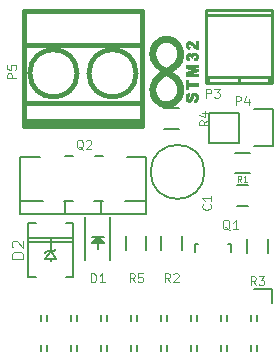
<source format=gto>
G04 #@! TF.FileFunction,Legend,Top*
%FSLAX46Y46*%
G04 Gerber Fmt 4.6, Leading zero omitted, Abs format (unit mm)*
G04 Created by KiCad (PCBNEW 4.0.1-stable) date 07.03.2016 23:07:36*
%MOMM*%
G01*
G04 APERTURE LIST*
%ADD10C,0.100000*%
%ADD11C,0.150000*%
%ADD12C,0.254000*%
%ADD13C,0.127000*%
%ADD14C,0.381000*%
%ADD15C,0.010000*%
%ADD16C,0.119380*%
G04 APERTURE END LIST*
D10*
D11*
X155000000Y-120150000D02*
X154000000Y-120150000D01*
X154000000Y-121850000D02*
X155000000Y-121850000D01*
X141200000Y-122850000D02*
X141200000Y-126450000D01*
X143300000Y-122850000D02*
X143300000Y-126450000D01*
X142550000Y-124900000D02*
X141950000Y-124900000D01*
X141950000Y-124900000D02*
X142250000Y-124600000D01*
X142250000Y-124600000D02*
X142450000Y-124800000D01*
X142450000Y-124800000D02*
X142200000Y-124800000D01*
X142200000Y-124800000D02*
X142250000Y-124750000D01*
X142750000Y-124500000D02*
X141750000Y-124500000D01*
X142250000Y-125000000D02*
X142250000Y-125500000D01*
X142250000Y-124500000D02*
X142750000Y-125000000D01*
X142750000Y-125000000D02*
X141750000Y-125000000D01*
X141750000Y-125000000D02*
X142250000Y-124500000D01*
X154230000Y-116520000D02*
X151690000Y-116520000D01*
X157050000Y-116800000D02*
X155500000Y-116800000D01*
X154230000Y-116520000D02*
X154230000Y-113980000D01*
X155500000Y-113700000D02*
X157050000Y-113700000D01*
X157050000Y-113700000D02*
X157050000Y-116800000D01*
X154230000Y-113980000D02*
X151690000Y-113980000D01*
X151690000Y-113980000D02*
X151690000Y-116520000D01*
X135706000Y-121425000D02*
X137611000Y-121425000D01*
X140151000Y-121425000D02*
X139389000Y-121425000D01*
X142564000Y-121425000D02*
X142691000Y-121425000D01*
X142564000Y-121425000D02*
X141929000Y-121425000D01*
X146374000Y-121425000D02*
X144596000Y-121425000D01*
X146374000Y-117742000D02*
X144723000Y-117742000D01*
X142056000Y-117615000D02*
X142691000Y-117615000D01*
X139516000Y-117615000D02*
X140151000Y-117615000D01*
X135706000Y-117742000D02*
X137357000Y-117742000D01*
X142564000Y-122568000D02*
X142564000Y-121425000D01*
X139516000Y-122568000D02*
X139516000Y-121425000D01*
X135706000Y-121425000D02*
X135706000Y-117742000D01*
X146374000Y-117742000D02*
X146374000Y-121425000D01*
X135706000Y-122568000D02*
X135706000Y-121425000D01*
X146374000Y-121425000D02*
X146374000Y-122568000D01*
X141040000Y-122568000D02*
X146374000Y-122568000D01*
X141040000Y-122568000D02*
X135706000Y-122568000D01*
X155100000Y-119125000D02*
X153900000Y-119125000D01*
X153900000Y-117375000D02*
X155100000Y-117375000D01*
X147625000Y-125600000D02*
X147625000Y-124400000D01*
X149375000Y-124400000D02*
X149375000Y-125600000D01*
X154875000Y-125850000D02*
X154875000Y-124650000D01*
X156625000Y-124650000D02*
X156625000Y-125850000D01*
X147900000Y-113625000D02*
X149100000Y-113625000D01*
X149100000Y-115375000D02*
X147900000Y-115375000D01*
X146375000Y-124400000D02*
X146375000Y-125600000D01*
X144625000Y-125600000D02*
X144625000Y-124400000D01*
D12*
X156974080Y-110975960D02*
X151375920Y-110975960D01*
X151574040Y-111473800D02*
X151574040Y-110975960D01*
X156775960Y-110975960D02*
X156775960Y-111473800D01*
X154175000Y-111473800D02*
X154175000Y-110975960D01*
X151375920Y-105674980D02*
X156974080Y-105674980D01*
X151375920Y-111473800D02*
X156974080Y-111473800D01*
X156974080Y-111473800D02*
X156974080Y-105276200D01*
X156974080Y-105276200D02*
X151375920Y-105276200D01*
X151375920Y-105276200D02*
X151375920Y-111473800D01*
D13*
X138270000Y-126342000D02*
X138270000Y-126545200D01*
X136365000Y-127866000D02*
X136365000Y-123294000D01*
X136365000Y-123294000D02*
X137000000Y-123294000D01*
X140175000Y-124919600D02*
X136365000Y-124919600D01*
X140175000Y-124589400D02*
X136365000Y-124589400D01*
X139540000Y-127866000D02*
X140175000Y-127866000D01*
X140175000Y-127866000D02*
X140175000Y-123294000D01*
X140175000Y-123294000D02*
X139540000Y-123294000D01*
X137000000Y-127866000D02*
X136365000Y-127866000D01*
X138270000Y-125707000D02*
X137795020Y-126342000D01*
X137795020Y-126342000D02*
X138270000Y-126342000D01*
X138270000Y-126342000D02*
X138744980Y-126342000D01*
X138744980Y-126342000D02*
X138270000Y-125707000D01*
X138270000Y-125707000D02*
X137952500Y-125707000D01*
X137952500Y-125707000D02*
X137795020Y-125864480D01*
X138270000Y-125707000D02*
X138587500Y-125707000D01*
X138587500Y-125707000D02*
X138744980Y-125549520D01*
X138270000Y-125707000D02*
X138270000Y-124597020D01*
D14*
X141000000Y-114650000D02*
X141000000Y-115150000D01*
X145500000Y-110650000D02*
G75*
G03X145500000Y-110650000I-2000000J0D01*
G01*
X140500000Y-110650000D02*
G75*
G03X140500000Y-110650000I-2000000J0D01*
G01*
X136000000Y-113150000D02*
X146000000Y-113150000D01*
X136000000Y-108250000D02*
X146000000Y-108250000D01*
X136000000Y-114650000D02*
X146000000Y-114650000D01*
X136000000Y-115150000D02*
X146000000Y-115150000D01*
X146000000Y-115150000D02*
X146000000Y-105350000D01*
X146000000Y-105350000D02*
X136000000Y-105350000D01*
X136000000Y-105350000D02*
X136000000Y-115150000D01*
D15*
G36*
X149697876Y-112697100D02*
X149698658Y-112651281D01*
X149700799Y-112613390D01*
X149704717Y-112581238D01*
X149710826Y-112552639D01*
X149719542Y-112525403D01*
X149731279Y-112497344D01*
X149738776Y-112481575D01*
X149762256Y-112443537D01*
X149793329Y-112407934D01*
X149829430Y-112377375D01*
X149859980Y-112358429D01*
X149890129Y-112344065D01*
X149917871Y-112334326D01*
X149947931Y-112327768D01*
X149971044Y-112324516D01*
X150003358Y-112320625D01*
X150006572Y-112369163D01*
X150008027Y-112396940D01*
X150009145Y-112429351D01*
X150009752Y-112460868D01*
X150009813Y-112471745D01*
X150009840Y-112525790D01*
X149991152Y-112529296D01*
X149954228Y-112540898D01*
X149922979Y-112560399D01*
X149898347Y-112587040D01*
X149882505Y-112616778D01*
X149875821Y-112641582D01*
X149871665Y-112672965D01*
X149870098Y-112707649D01*
X149871180Y-112742357D01*
X149874973Y-112773810D01*
X149879237Y-112792013D01*
X149892315Y-112823664D01*
X149909787Y-112848679D01*
X149930609Y-112866164D01*
X149953734Y-112875227D01*
X149976710Y-112875256D01*
X149996366Y-112867415D01*
X150016216Y-112852585D01*
X150033148Y-112833385D01*
X150040020Y-112822041D01*
X150047663Y-112804346D01*
X150056969Y-112778577D01*
X150067360Y-112746571D01*
X150078255Y-112710163D01*
X150089078Y-112671189D01*
X150095962Y-112644702D01*
X150111336Y-112586713D01*
X150126093Y-112537582D01*
X150140768Y-112496074D01*
X150155897Y-112460953D01*
X150172017Y-112430983D01*
X150189663Y-112404928D01*
X150209371Y-112381553D01*
X150210743Y-112380090D01*
X150249265Y-112345740D01*
X150291953Y-112320211D01*
X150339420Y-112303255D01*
X150392280Y-112294621D01*
X150424062Y-112293329D01*
X150477603Y-112298027D01*
X150528676Y-112311892D01*
X150576101Y-112334221D01*
X150618699Y-112364315D01*
X150655290Y-112401474D01*
X150684695Y-112444997D01*
X150687109Y-112449508D01*
X150703634Y-112485137D01*
X150716121Y-112521976D01*
X150724996Y-112562078D01*
X150730688Y-112607497D01*
X150733624Y-112660285D01*
X150733966Y-112674240D01*
X150734271Y-112705884D01*
X150734007Y-112736396D01*
X150733234Y-112763321D01*
X150732014Y-112784202D01*
X150730973Y-112793620D01*
X150716886Y-112856253D01*
X150695129Y-112912593D01*
X150665916Y-112962362D01*
X150629462Y-113005283D01*
X150585983Y-113041078D01*
X150535695Y-113069469D01*
X150508297Y-113080717D01*
X150486407Y-113087963D01*
X150462938Y-113094527D01*
X150440114Y-113099934D01*
X150420161Y-113103710D01*
X150405301Y-113105380D01*
X150397761Y-113104471D01*
X150397585Y-113104320D01*
X150396329Y-113098820D01*
X150394257Y-113085165D01*
X150391596Y-113065305D01*
X150388576Y-113041189D01*
X150385425Y-113014769D01*
X150382373Y-112987994D01*
X150379646Y-112962815D01*
X150377475Y-112941183D01*
X150376088Y-112925047D01*
X150375699Y-112917643D01*
X150379871Y-112911440D01*
X150393014Y-112905198D01*
X150406547Y-112900982D01*
X150452434Y-112884211D01*
X150490188Y-112861729D01*
X150519634Y-112833669D01*
X150540597Y-112800163D01*
X150540922Y-112799452D01*
X150554060Y-112761370D01*
X150561073Y-112720087D01*
X150562204Y-112677564D01*
X150557700Y-112635762D01*
X150547805Y-112596643D01*
X150532766Y-112562166D01*
X150512828Y-112534294D01*
X150507017Y-112528506D01*
X150487520Y-112514830D01*
X150463299Y-112503832D01*
X150439048Y-112497430D01*
X150428746Y-112496552D01*
X150411049Y-112498958D01*
X150391552Y-112505160D01*
X150385607Y-112507870D01*
X150372387Y-112515723D01*
X150360857Y-112525630D01*
X150350494Y-112538699D01*
X150340774Y-112556035D01*
X150331172Y-112578747D01*
X150321165Y-112607940D01*
X150310228Y-112644720D01*
X150297838Y-112690196D01*
X150296015Y-112697100D01*
X150280669Y-112753990D01*
X150266757Y-112802083D01*
X150253764Y-112842553D01*
X150241175Y-112876575D01*
X150228475Y-112905323D01*
X150215148Y-112929971D01*
X150200679Y-112951694D01*
X150184553Y-112971665D01*
X150167627Y-112989685D01*
X150128802Y-113023406D01*
X150088380Y-113047588D01*
X150044882Y-113062852D01*
X149996831Y-113069819D01*
X149975299Y-113070420D01*
X149924932Y-113065473D01*
X149877629Y-113051195D01*
X149834172Y-113028153D01*
X149795342Y-112996916D01*
X149761921Y-112958053D01*
X149734690Y-112912131D01*
X149723989Y-112887600D01*
X149714980Y-112862992D01*
X149708221Y-112840193D01*
X149703422Y-112817078D01*
X149700291Y-112791527D01*
X149698538Y-112761414D01*
X149697870Y-112724619D01*
X149697876Y-112697100D01*
X149697876Y-112697100D01*
G37*
X149697876Y-112697100D02*
X149698658Y-112651281D01*
X149700799Y-112613390D01*
X149704717Y-112581238D01*
X149710826Y-112552639D01*
X149719542Y-112525403D01*
X149731279Y-112497344D01*
X149738776Y-112481575D01*
X149762256Y-112443537D01*
X149793329Y-112407934D01*
X149829430Y-112377375D01*
X149859980Y-112358429D01*
X149890129Y-112344065D01*
X149917871Y-112334326D01*
X149947931Y-112327768D01*
X149971044Y-112324516D01*
X150003358Y-112320625D01*
X150006572Y-112369163D01*
X150008027Y-112396940D01*
X150009145Y-112429351D01*
X150009752Y-112460868D01*
X150009813Y-112471745D01*
X150009840Y-112525790D01*
X149991152Y-112529296D01*
X149954228Y-112540898D01*
X149922979Y-112560399D01*
X149898347Y-112587040D01*
X149882505Y-112616778D01*
X149875821Y-112641582D01*
X149871665Y-112672965D01*
X149870098Y-112707649D01*
X149871180Y-112742357D01*
X149874973Y-112773810D01*
X149879237Y-112792013D01*
X149892315Y-112823664D01*
X149909787Y-112848679D01*
X149930609Y-112866164D01*
X149953734Y-112875227D01*
X149976710Y-112875256D01*
X149996366Y-112867415D01*
X150016216Y-112852585D01*
X150033148Y-112833385D01*
X150040020Y-112822041D01*
X150047663Y-112804346D01*
X150056969Y-112778577D01*
X150067360Y-112746571D01*
X150078255Y-112710163D01*
X150089078Y-112671189D01*
X150095962Y-112644702D01*
X150111336Y-112586713D01*
X150126093Y-112537582D01*
X150140768Y-112496074D01*
X150155897Y-112460953D01*
X150172017Y-112430983D01*
X150189663Y-112404928D01*
X150209371Y-112381553D01*
X150210743Y-112380090D01*
X150249265Y-112345740D01*
X150291953Y-112320211D01*
X150339420Y-112303255D01*
X150392280Y-112294621D01*
X150424062Y-112293329D01*
X150477603Y-112298027D01*
X150528676Y-112311892D01*
X150576101Y-112334221D01*
X150618699Y-112364315D01*
X150655290Y-112401474D01*
X150684695Y-112444997D01*
X150687109Y-112449508D01*
X150703634Y-112485137D01*
X150716121Y-112521976D01*
X150724996Y-112562078D01*
X150730688Y-112607497D01*
X150733624Y-112660285D01*
X150733966Y-112674240D01*
X150734271Y-112705884D01*
X150734007Y-112736396D01*
X150733234Y-112763321D01*
X150732014Y-112784202D01*
X150730973Y-112793620D01*
X150716886Y-112856253D01*
X150695129Y-112912593D01*
X150665916Y-112962362D01*
X150629462Y-113005283D01*
X150585983Y-113041078D01*
X150535695Y-113069469D01*
X150508297Y-113080717D01*
X150486407Y-113087963D01*
X150462938Y-113094527D01*
X150440114Y-113099934D01*
X150420161Y-113103710D01*
X150405301Y-113105380D01*
X150397761Y-113104471D01*
X150397585Y-113104320D01*
X150396329Y-113098820D01*
X150394257Y-113085165D01*
X150391596Y-113065305D01*
X150388576Y-113041189D01*
X150385425Y-113014769D01*
X150382373Y-112987994D01*
X150379646Y-112962815D01*
X150377475Y-112941183D01*
X150376088Y-112925047D01*
X150375699Y-112917643D01*
X150379871Y-112911440D01*
X150393014Y-112905198D01*
X150406547Y-112900982D01*
X150452434Y-112884211D01*
X150490188Y-112861729D01*
X150519634Y-112833669D01*
X150540597Y-112800163D01*
X150540922Y-112799452D01*
X150554060Y-112761370D01*
X150561073Y-112720087D01*
X150562204Y-112677564D01*
X150557700Y-112635762D01*
X150547805Y-112596643D01*
X150532766Y-112562166D01*
X150512828Y-112534294D01*
X150507017Y-112528506D01*
X150487520Y-112514830D01*
X150463299Y-112503832D01*
X150439048Y-112497430D01*
X150428746Y-112496552D01*
X150411049Y-112498958D01*
X150391552Y-112505160D01*
X150385607Y-112507870D01*
X150372387Y-112515723D01*
X150360857Y-112525630D01*
X150350494Y-112538699D01*
X150340774Y-112556035D01*
X150331172Y-112578747D01*
X150321165Y-112607940D01*
X150310228Y-112644720D01*
X150297838Y-112690196D01*
X150296015Y-112697100D01*
X150280669Y-112753990D01*
X150266757Y-112802083D01*
X150253764Y-112842553D01*
X150241175Y-112876575D01*
X150228475Y-112905323D01*
X150215148Y-112929971D01*
X150200679Y-112951694D01*
X150184553Y-112971665D01*
X150167627Y-112989685D01*
X150128802Y-113023406D01*
X150088380Y-113047588D01*
X150044882Y-113062852D01*
X149996831Y-113069819D01*
X149975299Y-113070420D01*
X149924932Y-113065473D01*
X149877629Y-113051195D01*
X149834172Y-113028153D01*
X149795342Y-112996916D01*
X149761921Y-112958053D01*
X149734690Y-112912131D01*
X149723989Y-112887600D01*
X149714980Y-112862992D01*
X149708221Y-112840193D01*
X149703422Y-112817078D01*
X149700291Y-112791527D01*
X149698538Y-112761414D01*
X149697870Y-112724619D01*
X149697876Y-112697100D01*
G36*
X149713429Y-109192125D02*
X149723281Y-109144062D01*
X149740391Y-109100981D01*
X149765389Y-109061273D01*
X149796656Y-109025570D01*
X149822491Y-109001371D01*
X149845838Y-108983654D01*
X149869559Y-108970260D01*
X149870754Y-108969690D01*
X149886567Y-108962487D01*
X149899596Y-108957745D01*
X149912733Y-108954953D01*
X149928873Y-108953598D01*
X149950907Y-108953169D01*
X149964226Y-108953140D01*
X149989916Y-108953295D01*
X150008299Y-108954107D01*
X150022230Y-108956098D01*
X150034562Y-108959790D01*
X150048149Y-108965704D01*
X150057346Y-108970170D01*
X150090326Y-108990527D01*
X150121836Y-109017434D01*
X150148523Y-109047792D01*
X150160162Y-109065231D01*
X150174046Y-109088923D01*
X150184134Y-109061672D01*
X150205908Y-109016612D01*
X150235131Y-108978201D01*
X150271186Y-108947004D01*
X150313453Y-108923591D01*
X150347660Y-108911796D01*
X150373503Y-108907311D01*
X150405382Y-108905377D01*
X150439506Y-108905967D01*
X150472083Y-108909057D01*
X150492171Y-108912750D01*
X150529357Y-108923780D01*
X150562391Y-108938969D01*
X150593829Y-108959830D01*
X150626225Y-108987877D01*
X150637313Y-108998718D01*
X150667098Y-109030838D01*
X150689620Y-109061101D01*
X150706585Y-109092429D01*
X150719697Y-109127741D01*
X150726109Y-109150803D01*
X150732634Y-109187631D01*
X150735590Y-109229780D01*
X150734927Y-109273038D01*
X150730598Y-109313196D01*
X150728156Y-109325974D01*
X150711849Y-109377302D01*
X150686647Y-109425072D01*
X150653547Y-109468045D01*
X150613544Y-109504981D01*
X150567635Y-109534642D01*
X150555495Y-109540707D01*
X150537379Y-109548177D01*
X150516419Y-109555185D01*
X150495002Y-109561143D01*
X150475519Y-109565463D01*
X150460358Y-109567557D01*
X150451907Y-109566838D01*
X150451276Y-109566357D01*
X150449916Y-109560771D01*
X150447566Y-109547098D01*
X150444504Y-109527333D01*
X150441008Y-109503471D01*
X150437352Y-109477506D01*
X150433815Y-109451433D01*
X150430674Y-109427247D01*
X150428204Y-109406941D01*
X150426683Y-109392511D01*
X150426333Y-109386631D01*
X150430875Y-109383750D01*
X150442442Y-109380046D01*
X150451967Y-109377759D01*
X150490200Y-109365428D01*
X150522242Y-109346841D01*
X150547547Y-109323131D01*
X150565574Y-109295431D01*
X150575777Y-109264875D01*
X150577615Y-109232597D01*
X150570543Y-109199730D01*
X150554017Y-109167407D01*
X150553326Y-109166393D01*
X150529497Y-109140560D01*
X150498404Y-109121140D01*
X150460977Y-109108542D01*
X150418146Y-109103172D01*
X150408505Y-109103000D01*
X150365230Y-109106804D01*
X150328017Y-109117980D01*
X150297371Y-109136179D01*
X150273797Y-109161053D01*
X150257803Y-109192251D01*
X150252698Y-109210620D01*
X150249877Y-109228390D01*
X150249695Y-109245387D01*
X150252276Y-109265797D01*
X150254682Y-109278805D01*
X150258134Y-109297694D01*
X150260325Y-109312357D01*
X150260899Y-109320285D01*
X150260720Y-109320956D01*
X150255438Y-109320982D01*
X150242290Y-109319857D01*
X150223468Y-109317851D01*
X150201167Y-109315233D01*
X150177580Y-109312272D01*
X150154900Y-109309236D01*
X150135322Y-109306396D01*
X150121039Y-109304020D01*
X150118454Y-109303509D01*
X150112252Y-109300695D01*
X150108268Y-109293851D01*
X150105493Y-109280586D01*
X150104091Y-109269469D01*
X150095695Y-109229417D01*
X150080622Y-109196660D01*
X150059250Y-109171532D01*
X150031959Y-109154370D01*
X149999125Y-109145508D01*
X149963659Y-109145035D01*
X149934232Y-109150769D01*
X149913081Y-109160975D01*
X149891626Y-109180880D01*
X149877184Y-109206295D01*
X149869954Y-109235195D01*
X149870132Y-109265555D01*
X149877916Y-109295352D01*
X149893502Y-109322560D01*
X149896926Y-109326764D01*
X149912506Y-109341381D01*
X149932228Y-109354978D01*
X149952814Y-109365686D01*
X149970986Y-109371638D01*
X149976820Y-109372269D01*
X149985411Y-109372794D01*
X149991399Y-109375024D01*
X149994922Y-109380311D01*
X149996124Y-109390010D01*
X149995143Y-109405473D01*
X149992123Y-109428054D01*
X149987204Y-109459107D01*
X149986392Y-109464086D01*
X149981662Y-109492101D01*
X149977241Y-109516574D01*
X149973469Y-109535753D01*
X149970685Y-109547890D01*
X149969490Y-109551278D01*
X149962824Y-109552142D01*
X149948936Y-109549785D01*
X149930000Y-109544854D01*
X149908189Y-109537997D01*
X149885676Y-109529862D01*
X149864634Y-109521095D01*
X149858399Y-109518181D01*
X149818100Y-109493195D01*
X149783391Y-109460354D01*
X149754791Y-109420606D01*
X149732817Y-109374899D01*
X149717986Y-109324180D01*
X149710815Y-109269398D01*
X149710208Y-109246778D01*
X149713429Y-109192125D01*
X149713429Y-109192125D01*
G37*
X149713429Y-109192125D02*
X149723281Y-109144062D01*
X149740391Y-109100981D01*
X149765389Y-109061273D01*
X149796656Y-109025570D01*
X149822491Y-109001371D01*
X149845838Y-108983654D01*
X149869559Y-108970260D01*
X149870754Y-108969690D01*
X149886567Y-108962487D01*
X149899596Y-108957745D01*
X149912733Y-108954953D01*
X149928873Y-108953598D01*
X149950907Y-108953169D01*
X149964226Y-108953140D01*
X149989916Y-108953295D01*
X150008299Y-108954107D01*
X150022230Y-108956098D01*
X150034562Y-108959790D01*
X150048149Y-108965704D01*
X150057346Y-108970170D01*
X150090326Y-108990527D01*
X150121836Y-109017434D01*
X150148523Y-109047792D01*
X150160162Y-109065231D01*
X150174046Y-109088923D01*
X150184134Y-109061672D01*
X150205908Y-109016612D01*
X150235131Y-108978201D01*
X150271186Y-108947004D01*
X150313453Y-108923591D01*
X150347660Y-108911796D01*
X150373503Y-108907311D01*
X150405382Y-108905377D01*
X150439506Y-108905967D01*
X150472083Y-108909057D01*
X150492171Y-108912750D01*
X150529357Y-108923780D01*
X150562391Y-108938969D01*
X150593829Y-108959830D01*
X150626225Y-108987877D01*
X150637313Y-108998718D01*
X150667098Y-109030838D01*
X150689620Y-109061101D01*
X150706585Y-109092429D01*
X150719697Y-109127741D01*
X150726109Y-109150803D01*
X150732634Y-109187631D01*
X150735590Y-109229780D01*
X150734927Y-109273038D01*
X150730598Y-109313196D01*
X150728156Y-109325974D01*
X150711849Y-109377302D01*
X150686647Y-109425072D01*
X150653547Y-109468045D01*
X150613544Y-109504981D01*
X150567635Y-109534642D01*
X150555495Y-109540707D01*
X150537379Y-109548177D01*
X150516419Y-109555185D01*
X150495002Y-109561143D01*
X150475519Y-109565463D01*
X150460358Y-109567557D01*
X150451907Y-109566838D01*
X150451276Y-109566357D01*
X150449916Y-109560771D01*
X150447566Y-109547098D01*
X150444504Y-109527333D01*
X150441008Y-109503471D01*
X150437352Y-109477506D01*
X150433815Y-109451433D01*
X150430674Y-109427247D01*
X150428204Y-109406941D01*
X150426683Y-109392511D01*
X150426333Y-109386631D01*
X150430875Y-109383750D01*
X150442442Y-109380046D01*
X150451967Y-109377759D01*
X150490200Y-109365428D01*
X150522242Y-109346841D01*
X150547547Y-109323131D01*
X150565574Y-109295431D01*
X150575777Y-109264875D01*
X150577615Y-109232597D01*
X150570543Y-109199730D01*
X150554017Y-109167407D01*
X150553326Y-109166393D01*
X150529497Y-109140560D01*
X150498404Y-109121140D01*
X150460977Y-109108542D01*
X150418146Y-109103172D01*
X150408505Y-109103000D01*
X150365230Y-109106804D01*
X150328017Y-109117980D01*
X150297371Y-109136179D01*
X150273797Y-109161053D01*
X150257803Y-109192251D01*
X150252698Y-109210620D01*
X150249877Y-109228390D01*
X150249695Y-109245387D01*
X150252276Y-109265797D01*
X150254682Y-109278805D01*
X150258134Y-109297694D01*
X150260325Y-109312357D01*
X150260899Y-109320285D01*
X150260720Y-109320956D01*
X150255438Y-109320982D01*
X150242290Y-109319857D01*
X150223468Y-109317851D01*
X150201167Y-109315233D01*
X150177580Y-109312272D01*
X150154900Y-109309236D01*
X150135322Y-109306396D01*
X150121039Y-109304020D01*
X150118454Y-109303509D01*
X150112252Y-109300695D01*
X150108268Y-109293851D01*
X150105493Y-109280586D01*
X150104091Y-109269469D01*
X150095695Y-109229417D01*
X150080622Y-109196660D01*
X150059250Y-109171532D01*
X150031959Y-109154370D01*
X149999125Y-109145508D01*
X149963659Y-109145035D01*
X149934232Y-109150769D01*
X149913081Y-109160975D01*
X149891626Y-109180880D01*
X149877184Y-109206295D01*
X149869954Y-109235195D01*
X149870132Y-109265555D01*
X149877916Y-109295352D01*
X149893502Y-109322560D01*
X149896926Y-109326764D01*
X149912506Y-109341381D01*
X149932228Y-109354978D01*
X149952814Y-109365686D01*
X149970986Y-109371638D01*
X149976820Y-109372269D01*
X149985411Y-109372794D01*
X149991399Y-109375024D01*
X149994922Y-109380311D01*
X149996124Y-109390010D01*
X149995143Y-109405473D01*
X149992123Y-109428054D01*
X149987204Y-109459107D01*
X149986392Y-109464086D01*
X149981662Y-109492101D01*
X149977241Y-109516574D01*
X149973469Y-109535753D01*
X149970685Y-109547890D01*
X149969490Y-109551278D01*
X149962824Y-109552142D01*
X149948936Y-109549785D01*
X149930000Y-109544854D01*
X149908189Y-109537997D01*
X149885676Y-109529862D01*
X149864634Y-109521095D01*
X149858399Y-109518181D01*
X149818100Y-109493195D01*
X149783391Y-109460354D01*
X149754791Y-109420606D01*
X149732817Y-109374899D01*
X149717986Y-109324180D01*
X149710815Y-109269398D01*
X149710208Y-109246778D01*
X149713429Y-109192125D01*
G36*
X149882840Y-111201040D02*
X149882840Y-111500760D01*
X150715960Y-111500760D01*
X150715960Y-111703960D01*
X149882840Y-111703960D01*
X149882840Y-111998600D01*
X149715200Y-111998600D01*
X149715200Y-111201040D01*
X149882840Y-111201040D01*
X149882840Y-111201040D01*
G37*
X149882840Y-111201040D02*
X149882840Y-111500760D01*
X150715960Y-111500760D01*
X150715960Y-111703960D01*
X149882840Y-111703960D01*
X149882840Y-111998600D01*
X149715200Y-111998600D01*
X149715200Y-111201040D01*
X149882840Y-111201040D01*
G36*
X150715960Y-109915800D02*
X150715960Y-110102180D01*
X150643570Y-110105492D01*
X150625222Y-110106101D01*
X150597872Y-110106691D01*
X150562674Y-110107249D01*
X150520785Y-110107764D01*
X150473361Y-110108225D01*
X150421560Y-110108620D01*
X150366536Y-110108938D01*
X150309447Y-110109168D01*
X150258760Y-110109287D01*
X149946340Y-110109771D01*
X150331150Y-110206454D01*
X150715960Y-110303136D01*
X150715960Y-110499003D01*
X149941260Y-110692445D01*
X150328610Y-110692743D01*
X150715960Y-110693040D01*
X150715960Y-110886080D01*
X149715051Y-110886080D01*
X149716395Y-110732999D01*
X149717740Y-110579918D01*
X150054402Y-110490467D01*
X150110723Y-110475444D01*
X150163908Y-110461147D01*
X150213182Y-110447790D01*
X150257771Y-110435588D01*
X150296901Y-110424756D01*
X150329796Y-110415510D01*
X150355684Y-110408066D01*
X150373789Y-110402637D01*
X150383338Y-110399441D01*
X150384602Y-110398666D01*
X150378704Y-110397004D01*
X150363803Y-110392977D01*
X150340723Y-110386806D01*
X150310286Y-110378707D01*
X150273317Y-110368900D01*
X150230639Y-110357603D01*
X150183075Y-110345033D01*
X150131448Y-110331410D01*
X150076583Y-110316951D01*
X150047940Y-110309409D01*
X149717740Y-110222502D01*
X149716395Y-110069151D01*
X149715051Y-109915800D01*
X150715960Y-109915800D01*
X150715960Y-109915800D01*
G37*
X150715960Y-109915800D02*
X150715960Y-110102180D01*
X150643570Y-110105492D01*
X150625222Y-110106101D01*
X150597872Y-110106691D01*
X150562674Y-110107249D01*
X150520785Y-110107764D01*
X150473361Y-110108225D01*
X150421560Y-110108620D01*
X150366536Y-110108938D01*
X150309447Y-110109168D01*
X150258760Y-110109287D01*
X149946340Y-110109771D01*
X150331150Y-110206454D01*
X150715960Y-110303136D01*
X150715960Y-110499003D01*
X149941260Y-110692445D01*
X150328610Y-110692743D01*
X150715960Y-110693040D01*
X150715960Y-110886080D01*
X149715051Y-110886080D01*
X149716395Y-110732999D01*
X149717740Y-110579918D01*
X150054402Y-110490467D01*
X150110723Y-110475444D01*
X150163908Y-110461147D01*
X150213182Y-110447790D01*
X150257771Y-110435588D01*
X150296901Y-110424756D01*
X150329796Y-110415510D01*
X150355684Y-110408066D01*
X150373789Y-110402637D01*
X150383338Y-110399441D01*
X150384602Y-110398666D01*
X150378704Y-110397004D01*
X150363803Y-110392977D01*
X150340723Y-110386806D01*
X150310286Y-110378707D01*
X150273317Y-110368900D01*
X150230639Y-110357603D01*
X150183075Y-110345033D01*
X150131448Y-110331410D01*
X150076583Y-110316951D01*
X150047940Y-110309409D01*
X149717740Y-110222502D01*
X149716395Y-110069151D01*
X149715051Y-109915800D01*
X150715960Y-109915800D01*
G36*
X149713674Y-108201913D02*
X149724505Y-108147541D01*
X149742859Y-108099106D01*
X149768988Y-108055905D01*
X149794218Y-108026122D01*
X149831414Y-107993021D01*
X149870897Y-107969004D01*
X149914099Y-107953482D01*
X149962449Y-107945867D01*
X149991857Y-107944836D01*
X150043041Y-107948434D01*
X150092494Y-107959341D01*
X150141027Y-107977987D01*
X150189449Y-108004796D01*
X150238570Y-108040198D01*
X150289201Y-108084619D01*
X150325609Y-108120928D01*
X150363897Y-108160635D01*
X150399725Y-108197394D01*
X150432449Y-108230565D01*
X150461421Y-108259508D01*
X150485996Y-108283583D01*
X150505529Y-108302151D01*
X150519372Y-108314572D01*
X150526730Y-108320129D01*
X150538160Y-108326118D01*
X150538160Y-107944760D01*
X150715960Y-107944760D01*
X150715960Y-108615320D01*
X150704072Y-108615320D01*
X150686154Y-108613248D01*
X150661711Y-108607568D01*
X150633367Y-108599092D01*
X150603748Y-108588629D01*
X150575477Y-108576987D01*
X150566840Y-108573001D01*
X150545090Y-108562105D01*
X150524286Y-108550392D01*
X150503566Y-108537140D01*
X150482068Y-108521626D01*
X150458931Y-108503126D01*
X150433295Y-108480917D01*
X150404296Y-108454276D01*
X150371074Y-108422481D01*
X150332768Y-108384807D01*
X150288515Y-108340531D01*
X150281620Y-108333587D01*
X150244269Y-108295993D01*
X150213231Y-108264912D01*
X150187696Y-108239615D01*
X150166850Y-108219372D01*
X150149884Y-108203452D01*
X150135986Y-108191127D01*
X150124343Y-108181666D01*
X150114146Y-108174339D01*
X150104583Y-108168416D01*
X150094842Y-108163169D01*
X150088843Y-108160172D01*
X150069176Y-108150820D01*
X150054072Y-108144990D01*
X150039823Y-108141853D01*
X150022718Y-108140584D01*
X149999943Y-108140355D01*
X149975243Y-108140764D01*
X149957684Y-108142303D01*
X149944269Y-108145468D01*
X149931998Y-108150752D01*
X149929761Y-108151923D01*
X149905479Y-108170271D01*
X149886278Y-108195605D01*
X149874111Y-108225243D01*
X149873045Y-108229748D01*
X149868716Y-108254896D01*
X149868286Y-108275585D01*
X149871908Y-108296798D01*
X149875506Y-108309901D01*
X149889623Y-108340913D01*
X149911690Y-108365622D01*
X149941720Y-108384036D01*
X149979725Y-108396165D01*
X149996521Y-108399167D01*
X150021302Y-108402778D01*
X150018347Y-108429039D01*
X150016737Y-108444411D01*
X150014533Y-108466892D01*
X150012025Y-108493471D01*
X150009501Y-108521137D01*
X150009483Y-108521340D01*
X150007034Y-108546280D01*
X150004542Y-108567489D01*
X150002272Y-108582950D01*
X150000494Y-108590644D01*
X150000259Y-108591034D01*
X149993114Y-108592410D01*
X149978558Y-108590897D01*
X149958745Y-108587041D01*
X149935828Y-108581386D01*
X149911959Y-108574476D01*
X149889291Y-108566856D01*
X149869977Y-108559070D01*
X149865480Y-108556943D01*
X149822786Y-108530348D01*
X149786503Y-108496182D01*
X149756913Y-108454980D01*
X149734298Y-108407273D01*
X149718939Y-108353594D01*
X149711116Y-108294477D01*
X149710120Y-108262922D01*
X149713674Y-108201913D01*
X149713674Y-108201913D01*
G37*
X149713674Y-108201913D02*
X149724505Y-108147541D01*
X149742859Y-108099106D01*
X149768988Y-108055905D01*
X149794218Y-108026122D01*
X149831414Y-107993021D01*
X149870897Y-107969004D01*
X149914099Y-107953482D01*
X149962449Y-107945867D01*
X149991857Y-107944836D01*
X150043041Y-107948434D01*
X150092494Y-107959341D01*
X150141027Y-107977987D01*
X150189449Y-108004796D01*
X150238570Y-108040198D01*
X150289201Y-108084619D01*
X150325609Y-108120928D01*
X150363897Y-108160635D01*
X150399725Y-108197394D01*
X150432449Y-108230565D01*
X150461421Y-108259508D01*
X150485996Y-108283583D01*
X150505529Y-108302151D01*
X150519372Y-108314572D01*
X150526730Y-108320129D01*
X150538160Y-108326118D01*
X150538160Y-107944760D01*
X150715960Y-107944760D01*
X150715960Y-108615320D01*
X150704072Y-108615320D01*
X150686154Y-108613248D01*
X150661711Y-108607568D01*
X150633367Y-108599092D01*
X150603748Y-108588629D01*
X150575477Y-108576987D01*
X150566840Y-108573001D01*
X150545090Y-108562105D01*
X150524286Y-108550392D01*
X150503566Y-108537140D01*
X150482068Y-108521626D01*
X150458931Y-108503126D01*
X150433295Y-108480917D01*
X150404296Y-108454276D01*
X150371074Y-108422481D01*
X150332768Y-108384807D01*
X150288515Y-108340531D01*
X150281620Y-108333587D01*
X150244269Y-108295993D01*
X150213231Y-108264912D01*
X150187696Y-108239615D01*
X150166850Y-108219372D01*
X150149884Y-108203452D01*
X150135986Y-108191127D01*
X150124343Y-108181666D01*
X150114146Y-108174339D01*
X150104583Y-108168416D01*
X150094842Y-108163169D01*
X150088843Y-108160172D01*
X150069176Y-108150820D01*
X150054072Y-108144990D01*
X150039823Y-108141853D01*
X150022718Y-108140584D01*
X149999943Y-108140355D01*
X149975243Y-108140764D01*
X149957684Y-108142303D01*
X149944269Y-108145468D01*
X149931998Y-108150752D01*
X149929761Y-108151923D01*
X149905479Y-108170271D01*
X149886278Y-108195605D01*
X149874111Y-108225243D01*
X149873045Y-108229748D01*
X149868716Y-108254896D01*
X149868286Y-108275585D01*
X149871908Y-108296798D01*
X149875506Y-108309901D01*
X149889623Y-108340913D01*
X149911690Y-108365622D01*
X149941720Y-108384036D01*
X149979725Y-108396165D01*
X149996521Y-108399167D01*
X150021302Y-108402778D01*
X150018347Y-108429039D01*
X150016737Y-108444411D01*
X150014533Y-108466892D01*
X150012025Y-108493471D01*
X150009501Y-108521137D01*
X150009483Y-108521340D01*
X150007034Y-108546280D01*
X150004542Y-108567489D01*
X150002272Y-108582950D01*
X150000494Y-108590644D01*
X150000259Y-108591034D01*
X149993114Y-108592410D01*
X149978558Y-108590897D01*
X149958745Y-108587041D01*
X149935828Y-108581386D01*
X149911959Y-108574476D01*
X149889291Y-108566856D01*
X149869977Y-108559070D01*
X149865480Y-108556943D01*
X149822786Y-108530348D01*
X149786503Y-108496182D01*
X149756913Y-108454980D01*
X149734298Y-108407273D01*
X149718939Y-108353594D01*
X149711116Y-108294477D01*
X149710120Y-108262922D01*
X149713674Y-108201913D01*
G36*
X146630172Y-111938134D02*
X146643392Y-111812419D01*
X146649666Y-111771551D01*
X146653497Y-111748373D01*
X146656970Y-111727385D01*
X146659573Y-111711674D01*
X146660433Y-111706500D01*
X146667447Y-111671662D01*
X146677798Y-111630012D01*
X146690724Y-111584038D01*
X146705468Y-111536226D01*
X146721268Y-111489063D01*
X146737365Y-111445036D01*
X146749669Y-111414400D01*
X146802046Y-111302954D01*
X146863923Y-111193965D01*
X146934768Y-111088282D01*
X147014048Y-110986755D01*
X147028385Y-110969900D01*
X147052184Y-110943359D01*
X147081845Y-110911978D01*
X147115539Y-110877555D01*
X147151437Y-110841889D01*
X147187710Y-110806779D01*
X147222530Y-110774024D01*
X147254067Y-110745423D01*
X147275206Y-110727158D01*
X147293372Y-110712320D01*
X147317269Y-110693373D01*
X147345426Y-110671432D01*
X147376373Y-110647609D01*
X147408638Y-110623019D01*
X147440750Y-110598777D01*
X147471238Y-110575996D01*
X147498632Y-110555790D01*
X147521460Y-110539274D01*
X147538250Y-110527561D01*
X147542167Y-110524972D01*
X147553694Y-110516461D01*
X147560469Y-110509411D01*
X147561217Y-110507518D01*
X147557277Y-110502935D01*
X147546394Y-110493817D01*
X147530045Y-110481313D01*
X147509705Y-110466575D01*
X147500080Y-110459824D01*
X147408107Y-110392653D01*
X147315521Y-110318792D01*
X147225564Y-110240948D01*
X147141478Y-110161830D01*
X147131645Y-110152089D01*
X147049847Y-110066395D01*
X146977099Y-109981123D01*
X146912443Y-109894931D01*
X146854924Y-109806477D01*
X146803585Y-109714419D01*
X146768975Y-109643109D01*
X146751123Y-109601628D01*
X146733078Y-109555276D01*
X146715513Y-109506153D01*
X146699100Y-109456362D01*
X146684511Y-109408003D01*
X146672420Y-109363177D01*
X146663498Y-109323986D01*
X146659512Y-109301120D01*
X146656410Y-109281382D01*
X146652598Y-109259522D01*
X146651349Y-109252860D01*
X146645235Y-109218724D01*
X146640297Y-109185359D01*
X146636389Y-109150940D01*
X146633361Y-109113642D01*
X146631065Y-109071638D01*
X146629352Y-109023104D01*
X146628090Y-108967110D01*
X146627384Y-108919163D01*
X146627149Y-108879712D01*
X146627381Y-108849110D01*
X146628073Y-108827709D01*
X146629222Y-108815861D01*
X146630284Y-108813440D01*
X146633171Y-108808798D01*
X146636084Y-108796584D01*
X146638424Y-108779365D01*
X146638552Y-108778023D01*
X146641017Y-108757371D01*
X146644938Y-108730946D01*
X146649672Y-108702914D01*
X146652479Y-108687853D01*
X146657055Y-108664158D01*
X146661084Y-108643047D01*
X146664055Y-108627206D01*
X146665282Y-108620400D01*
X146668592Y-108605314D01*
X146674344Y-108583244D01*
X146681760Y-108556845D01*
X146690059Y-108528767D01*
X146698461Y-108501664D01*
X146706188Y-108478189D01*
X146711201Y-108464213D01*
X146718603Y-108444123D01*
X146725163Y-108425154D01*
X146729249Y-108412120D01*
X146734174Y-108398468D01*
X146743019Y-108377777D01*
X146754854Y-108351936D01*
X146768748Y-108322833D01*
X146783770Y-108292357D01*
X146798988Y-108262395D01*
X146813472Y-108234837D01*
X146826290Y-108211570D01*
X146836512Y-108194483D01*
X146836685Y-108194215D01*
X146847403Y-108177153D01*
X146855569Y-108163213D01*
X146859881Y-108154655D01*
X146860240Y-108153322D01*
X146863110Y-108147617D01*
X146870861Y-108135752D01*
X146882202Y-108119638D01*
X146891857Y-108106490D01*
X146906614Y-108086599D01*
X146920401Y-108067792D01*
X146931229Y-108052796D01*
X146935362Y-108046926D01*
X146963989Y-108009221D01*
X146999890Y-107967910D01*
X147041500Y-107924394D01*
X147087256Y-107880078D01*
X147135592Y-107836363D01*
X147184944Y-107794654D01*
X147233747Y-107756352D01*
X147280437Y-107722861D01*
X147323448Y-107695585D01*
X147333663Y-107689779D01*
X147349234Y-107681079D01*
X147370129Y-107669285D01*
X147392861Y-107656368D01*
X147403295Y-107650409D01*
X147422376Y-107639656D01*
X147438084Y-107631115D01*
X147448403Y-107625863D01*
X147451323Y-107624720D01*
X147456847Y-107622821D01*
X147470012Y-107617584D01*
X147489133Y-107609700D01*
X147512523Y-107599860D01*
X147526214Y-107594029D01*
X147553569Y-107582602D01*
X147579905Y-107572090D01*
X147602773Y-107563436D01*
X147619722Y-107557586D01*
X147624073Y-107556302D01*
X147679412Y-107541605D01*
X147726910Y-107529551D01*
X147768431Y-107519784D01*
X147805841Y-107511948D01*
X147841005Y-107505687D01*
X147875788Y-107500643D01*
X147912054Y-107496461D01*
X147951671Y-107492783D01*
X147960060Y-107492085D01*
X147990838Y-107489566D01*
X148014299Y-107487791D01*
X148033025Y-107486762D01*
X148049595Y-107486478D01*
X148066589Y-107486938D01*
X148086586Y-107488145D01*
X148112168Y-107490096D01*
X148137042Y-107492086D01*
X148219239Y-107501117D01*
X148303290Y-107514956D01*
X148386028Y-107532939D01*
X148464284Y-107554403D01*
X148515130Y-107571297D01*
X148543190Y-107582142D01*
X148576828Y-107596267D01*
X148613277Y-107612407D01*
X148649767Y-107629296D01*
X148683531Y-107645667D01*
X148711799Y-107660255D01*
X148721886Y-107665841D01*
X148750201Y-107682633D01*
X148782114Y-107702578D01*
X148815366Y-107724169D01*
X148847698Y-107745904D01*
X148876854Y-107766278D01*
X148900574Y-107783787D01*
X148909442Y-107790793D01*
X148931282Y-107809148D01*
X148957063Y-107831624D01*
X148984832Y-107856439D01*
X149012638Y-107881813D01*
X149038528Y-107905964D01*
X149060552Y-107927113D01*
X149076695Y-107943411D01*
X149134413Y-108009732D01*
X149190300Y-108084185D01*
X149243197Y-108164762D01*
X149291943Y-108249459D01*
X149335376Y-108336267D01*
X149372336Y-108423181D01*
X149399693Y-108501734D01*
X149420923Y-108575426D01*
X149437972Y-108646009D01*
X149451143Y-108715678D01*
X149460735Y-108786624D01*
X149467049Y-108861040D01*
X149470387Y-108941118D01*
X149471088Y-109021720D01*
X149469952Y-109094820D01*
X149467000Y-109160192D01*
X149461935Y-109220155D01*
X149454460Y-109277025D01*
X149444278Y-109333122D01*
X149431094Y-109390762D01*
X149417177Y-109443157D01*
X149384109Y-109546615D01*
X149343893Y-109645493D01*
X149296023Y-109740625D01*
X149239996Y-109832844D01*
X149175308Y-109922982D01*
X149101453Y-110011875D01*
X149021780Y-110096492D01*
X148967278Y-110149869D01*
X148912991Y-110200024D01*
X148857391Y-110248191D01*
X148798947Y-110295606D01*
X148736132Y-110343504D01*
X148667415Y-110393119D01*
X148591268Y-110445687D01*
X148579820Y-110453425D01*
X148556214Y-110469615D01*
X148535771Y-110484154D01*
X148519908Y-110495992D01*
X148510045Y-110504077D01*
X148507441Y-110507042D01*
X148510822Y-110512250D01*
X148520918Y-110521067D01*
X148535760Y-110531831D01*
X148540461Y-110534943D01*
X148578040Y-110559894D01*
X148620102Y-110588784D01*
X148664424Y-110620013D01*
X148708780Y-110651981D01*
X148750948Y-110683086D01*
X148788702Y-110711728D01*
X148816209Y-110733382D01*
X148916313Y-110817900D01*
X149006748Y-110902314D01*
X149087981Y-110987194D01*
X149160480Y-111073106D01*
X149224714Y-111160618D01*
X149281150Y-111250298D01*
X149330257Y-111342713D01*
X149345677Y-111375542D01*
X149388667Y-111480683D01*
X149422297Y-111586809D01*
X149447062Y-111695735D01*
X149463336Y-111808159D01*
X149465069Y-111829810D01*
X149466599Y-111859330D01*
X149467899Y-111894780D01*
X149468944Y-111934221D01*
X149469707Y-111975715D01*
X149470162Y-112017320D01*
X149470283Y-112057100D01*
X149470042Y-112093115D01*
X149469415Y-112123425D01*
X149468374Y-112146091D01*
X149467987Y-112151000D01*
X149462462Y-112208139D01*
X149456820Y-112257426D01*
X149450667Y-112301165D01*
X149443609Y-112341662D01*
X149435250Y-112381219D01*
X149425199Y-112422142D01*
X149415414Y-112458340D01*
X149384710Y-112557236D01*
X149349319Y-112649426D01*
X149307958Y-112737777D01*
X149259345Y-112825154D01*
X149230816Y-112871094D01*
X149174814Y-112951199D01*
X149111062Y-113029715D01*
X149041153Y-113105077D01*
X148966683Y-113175717D01*
X148889244Y-113240069D01*
X148810430Y-113296567D01*
X148775401Y-113318731D01*
X148680198Y-113371988D01*
X148583442Y-113417473D01*
X148486415Y-113454678D01*
X148390402Y-113483093D01*
X148325684Y-113497259D01*
X148301767Y-113501989D01*
X148281436Y-113506535D01*
X148266824Y-113510383D01*
X148260063Y-113513022D01*
X148260034Y-113513048D01*
X148254040Y-113514095D01*
X148239334Y-113514999D01*
X148217204Y-113515761D01*
X148188943Y-113516381D01*
X148155841Y-113516858D01*
X148119189Y-113517193D01*
X148080278Y-113517385D01*
X148063329Y-113517405D01*
X148063329Y-113022852D01*
X148106250Y-113022078D01*
X148146294Y-113020373D01*
X148181296Y-113017736D01*
X148209090Y-113014168D01*
X148216600Y-113012724D01*
X148312181Y-112987100D01*
X148402610Y-112952720D01*
X148487906Y-112909574D01*
X148568087Y-112857653D01*
X148643172Y-112796946D01*
X148673080Y-112768937D01*
X148741653Y-112695100D01*
X148801619Y-112616086D01*
X148852782Y-112532287D01*
X148894943Y-112444094D01*
X148927904Y-112351897D01*
X148951468Y-112256089D01*
X148960512Y-112200807D01*
X148963776Y-112175721D01*
X148966309Y-112153520D01*
X148968187Y-112132385D01*
X148969490Y-112110498D01*
X148970297Y-112086039D01*
X148970686Y-112057192D01*
X148970735Y-112022137D01*
X148970524Y-111979056D01*
X148970467Y-111970660D01*
X148969942Y-111927873D01*
X148968933Y-111893056D01*
X148967296Y-111864026D01*
X148964885Y-111838601D01*
X148961554Y-111814596D01*
X148959147Y-111800480D01*
X148937407Y-111706436D01*
X148906825Y-111617050D01*
X148867018Y-111531360D01*
X148823627Y-111457580D01*
X148776120Y-111390910D01*
X148719412Y-111323020D01*
X148654266Y-111254676D01*
X148581443Y-111186647D01*
X148501707Y-111119699D01*
X148442378Y-111074032D01*
X148415978Y-111054882D01*
X148383219Y-111031860D01*
X148345589Y-111005950D01*
X148304576Y-110978138D01*
X148261668Y-110949410D01*
X148218353Y-110920750D01*
X148176118Y-110893143D01*
X148136451Y-110867576D01*
X148100841Y-110845032D01*
X148070775Y-110826499D01*
X148050476Y-110814512D01*
X148044132Y-110810666D01*
X148038901Y-110807711D01*
X148033785Y-110806126D01*
X148028870Y-110806341D01*
X148028870Y-110210440D01*
X148035874Y-110207699D01*
X148050243Y-110199922D01*
X148070939Y-110187778D01*
X148096919Y-110171936D01*
X148127143Y-110153067D01*
X148160570Y-110131839D01*
X148196161Y-110108922D01*
X148232873Y-110084985D01*
X148269667Y-110060698D01*
X148305502Y-110036730D01*
X148339338Y-110013750D01*
X148370133Y-109992428D01*
X148393010Y-109976202D01*
X148488734Y-109904297D01*
X148574708Y-109833276D01*
X148651269Y-109762812D01*
X148718754Y-109692580D01*
X148777502Y-109622251D01*
X148822256Y-109559996D01*
X148843851Y-109524837D01*
X148866062Y-109483921D01*
X148887523Y-109440149D01*
X148906869Y-109396424D01*
X148922731Y-109355648D01*
X148932162Y-109326520D01*
X148946394Y-109272228D01*
X148957377Y-109220204D01*
X148965281Y-109168495D01*
X148970275Y-109115149D01*
X148972529Y-109058214D01*
X148972211Y-108995737D01*
X148969490Y-108925766D01*
X148968486Y-108907420D01*
X148959419Y-108812192D01*
X148943308Y-108723030D01*
X148919778Y-108638338D01*
X148888456Y-108556518D01*
X148883894Y-108546236D01*
X148838656Y-108458072D01*
X148784934Y-108375241D01*
X148723222Y-108298319D01*
X148654012Y-108227879D01*
X148577797Y-108164494D01*
X148523777Y-108126726D01*
X148444815Y-108081369D01*
X148361229Y-108044879D01*
X148273681Y-108017449D01*
X148182835Y-107999272D01*
X148089355Y-107990539D01*
X148051433Y-107989734D01*
X148002199Y-107990463D01*
X147959170Y-107993050D01*
X147918486Y-107997951D01*
X147876287Y-108005624D01*
X147831697Y-108015797D01*
X147744204Y-108042336D01*
X147659670Y-108078283D01*
X147578811Y-108123136D01*
X147502344Y-108176393D01*
X147430986Y-108237553D01*
X147365452Y-108306115D01*
X147306461Y-108381575D01*
X147303891Y-108385240D01*
X147263847Y-108448758D01*
X147227043Y-108519111D01*
X147194728Y-108593365D01*
X147168152Y-108668589D01*
X147148564Y-108741852D01*
X147145287Y-108757560D01*
X147132541Y-108842974D01*
X147126623Y-108933258D01*
X147127490Y-109025803D01*
X147135097Y-109117995D01*
X147149401Y-109207225D01*
X147153158Y-109224920D01*
X147175647Y-109310740D01*
X147204520Y-109393389D01*
X147240135Y-109473322D01*
X147282851Y-109550990D01*
X147333027Y-109626847D01*
X147391023Y-109701346D01*
X147457196Y-109774941D01*
X147531906Y-109848083D01*
X147615512Y-109921227D01*
X147708372Y-109994825D01*
X147810845Y-110069331D01*
X147835600Y-110086497D01*
X147872063Y-110111373D01*
X147907057Y-110134865D01*
X147939565Y-110156322D01*
X147968570Y-110175093D01*
X147993059Y-110190526D01*
X148012014Y-110201970D01*
X148024420Y-110208774D01*
X148028870Y-110210440D01*
X148028870Y-110806341D01*
X148027788Y-110806389D01*
X148019914Y-110808980D01*
X148009164Y-110814376D01*
X147994544Y-110823058D01*
X147975055Y-110835504D01*
X147949701Y-110852191D01*
X147917485Y-110873601D01*
X147891480Y-110890882D01*
X147781196Y-110966707D01*
X147680667Y-111041477D01*
X147589594Y-111115612D01*
X147507678Y-111189534D01*
X147434622Y-111263662D01*
X147370127Y-111338419D01*
X147313895Y-111414224D01*
X147265628Y-111491499D01*
X147225028Y-111570664D01*
X147191796Y-111652140D01*
X147165635Y-111736348D01*
X147146246Y-111823708D01*
X147133331Y-111914642D01*
X147128825Y-111967135D01*
X147126075Y-112071485D01*
X147132219Y-112171361D01*
X147147384Y-112267421D01*
X147171694Y-112360321D01*
X147205276Y-112450720D01*
X147232484Y-112509140D01*
X147281811Y-112596289D01*
X147338326Y-112676395D01*
X147401691Y-112749197D01*
X147471568Y-112814431D01*
X147547619Y-112871837D01*
X147629504Y-112921150D01*
X147716887Y-112962109D01*
X147809430Y-112994451D01*
X147881320Y-113012744D01*
X147906159Y-113016629D01*
X147938945Y-113019583D01*
X147977511Y-113021604D01*
X148019694Y-113022694D01*
X148063329Y-113022852D01*
X148063329Y-113517405D01*
X148040399Y-113517434D01*
X148000843Y-113517339D01*
X147962900Y-113517102D01*
X147927863Y-113516721D01*
X147897021Y-113516196D01*
X147871665Y-113515528D01*
X147853087Y-113514716D01*
X147842577Y-113513759D01*
X147840680Y-113513095D01*
X147836113Y-113510027D01*
X147824381Y-113506882D01*
X147814010Y-113505171D01*
X147767014Y-113497127D01*
X147713805Y-113484752D01*
X147656990Y-113468753D01*
X147599179Y-113449838D01*
X147567781Y-113438402D01*
X147456217Y-113390988D01*
X147350730Y-113335453D01*
X147251153Y-113271691D01*
X147157317Y-113199595D01*
X147074336Y-113124267D01*
X147023887Y-113073044D01*
X146980175Y-113024734D01*
X146941239Y-112977000D01*
X146905117Y-112927505D01*
X146888470Y-112902840D01*
X146873308Y-112879904D01*
X146858596Y-112857744D01*
X146846092Y-112839000D01*
X146838039Y-112827032D01*
X146827556Y-112809956D01*
X146814261Y-112785863D01*
X146799131Y-112756780D01*
X146783145Y-112724736D01*
X146767282Y-112691760D01*
X146752520Y-112659879D01*
X146739837Y-112631123D01*
X146730212Y-112607520D01*
X146725146Y-112592960D01*
X146722798Y-112585665D01*
X146717818Y-112570627D01*
X146710834Y-112549728D01*
X146702473Y-112524850D01*
X146698031Y-112511680D01*
X146687491Y-112479742D01*
X146678874Y-112451573D01*
X146671583Y-112424700D01*
X146665020Y-112396650D01*
X146658589Y-112364950D01*
X146651692Y-112327125D01*
X146647151Y-112300860D01*
X146632049Y-112182928D01*
X146626390Y-112061828D01*
X146630172Y-111938134D01*
X146630172Y-111938134D01*
G37*
X146630172Y-111938134D02*
X146643392Y-111812419D01*
X146649666Y-111771551D01*
X146653497Y-111748373D01*
X146656970Y-111727385D01*
X146659573Y-111711674D01*
X146660433Y-111706500D01*
X146667447Y-111671662D01*
X146677798Y-111630012D01*
X146690724Y-111584038D01*
X146705468Y-111536226D01*
X146721268Y-111489063D01*
X146737365Y-111445036D01*
X146749669Y-111414400D01*
X146802046Y-111302954D01*
X146863923Y-111193965D01*
X146934768Y-111088282D01*
X147014048Y-110986755D01*
X147028385Y-110969900D01*
X147052184Y-110943359D01*
X147081845Y-110911978D01*
X147115539Y-110877555D01*
X147151437Y-110841889D01*
X147187710Y-110806779D01*
X147222530Y-110774024D01*
X147254067Y-110745423D01*
X147275206Y-110727158D01*
X147293372Y-110712320D01*
X147317269Y-110693373D01*
X147345426Y-110671432D01*
X147376373Y-110647609D01*
X147408638Y-110623019D01*
X147440750Y-110598777D01*
X147471238Y-110575996D01*
X147498632Y-110555790D01*
X147521460Y-110539274D01*
X147538250Y-110527561D01*
X147542167Y-110524972D01*
X147553694Y-110516461D01*
X147560469Y-110509411D01*
X147561217Y-110507518D01*
X147557277Y-110502935D01*
X147546394Y-110493817D01*
X147530045Y-110481313D01*
X147509705Y-110466575D01*
X147500080Y-110459824D01*
X147408107Y-110392653D01*
X147315521Y-110318792D01*
X147225564Y-110240948D01*
X147141478Y-110161830D01*
X147131645Y-110152089D01*
X147049847Y-110066395D01*
X146977099Y-109981123D01*
X146912443Y-109894931D01*
X146854924Y-109806477D01*
X146803585Y-109714419D01*
X146768975Y-109643109D01*
X146751123Y-109601628D01*
X146733078Y-109555276D01*
X146715513Y-109506153D01*
X146699100Y-109456362D01*
X146684511Y-109408003D01*
X146672420Y-109363177D01*
X146663498Y-109323986D01*
X146659512Y-109301120D01*
X146656410Y-109281382D01*
X146652598Y-109259522D01*
X146651349Y-109252860D01*
X146645235Y-109218724D01*
X146640297Y-109185359D01*
X146636389Y-109150940D01*
X146633361Y-109113642D01*
X146631065Y-109071638D01*
X146629352Y-109023104D01*
X146628090Y-108967110D01*
X146627384Y-108919163D01*
X146627149Y-108879712D01*
X146627381Y-108849110D01*
X146628073Y-108827709D01*
X146629222Y-108815861D01*
X146630284Y-108813440D01*
X146633171Y-108808798D01*
X146636084Y-108796584D01*
X146638424Y-108779365D01*
X146638552Y-108778023D01*
X146641017Y-108757371D01*
X146644938Y-108730946D01*
X146649672Y-108702914D01*
X146652479Y-108687853D01*
X146657055Y-108664158D01*
X146661084Y-108643047D01*
X146664055Y-108627206D01*
X146665282Y-108620400D01*
X146668592Y-108605314D01*
X146674344Y-108583244D01*
X146681760Y-108556845D01*
X146690059Y-108528767D01*
X146698461Y-108501664D01*
X146706188Y-108478189D01*
X146711201Y-108464213D01*
X146718603Y-108444123D01*
X146725163Y-108425154D01*
X146729249Y-108412120D01*
X146734174Y-108398468D01*
X146743019Y-108377777D01*
X146754854Y-108351936D01*
X146768748Y-108322833D01*
X146783770Y-108292357D01*
X146798988Y-108262395D01*
X146813472Y-108234837D01*
X146826290Y-108211570D01*
X146836512Y-108194483D01*
X146836685Y-108194215D01*
X146847403Y-108177153D01*
X146855569Y-108163213D01*
X146859881Y-108154655D01*
X146860240Y-108153322D01*
X146863110Y-108147617D01*
X146870861Y-108135752D01*
X146882202Y-108119638D01*
X146891857Y-108106490D01*
X146906614Y-108086599D01*
X146920401Y-108067792D01*
X146931229Y-108052796D01*
X146935362Y-108046926D01*
X146963989Y-108009221D01*
X146999890Y-107967910D01*
X147041500Y-107924394D01*
X147087256Y-107880078D01*
X147135592Y-107836363D01*
X147184944Y-107794654D01*
X147233747Y-107756352D01*
X147280437Y-107722861D01*
X147323448Y-107695585D01*
X147333663Y-107689779D01*
X147349234Y-107681079D01*
X147370129Y-107669285D01*
X147392861Y-107656368D01*
X147403295Y-107650409D01*
X147422376Y-107639656D01*
X147438084Y-107631115D01*
X147448403Y-107625863D01*
X147451323Y-107624720D01*
X147456847Y-107622821D01*
X147470012Y-107617584D01*
X147489133Y-107609700D01*
X147512523Y-107599860D01*
X147526214Y-107594029D01*
X147553569Y-107582602D01*
X147579905Y-107572090D01*
X147602773Y-107563436D01*
X147619722Y-107557586D01*
X147624073Y-107556302D01*
X147679412Y-107541605D01*
X147726910Y-107529551D01*
X147768431Y-107519784D01*
X147805841Y-107511948D01*
X147841005Y-107505687D01*
X147875788Y-107500643D01*
X147912054Y-107496461D01*
X147951671Y-107492783D01*
X147960060Y-107492085D01*
X147990838Y-107489566D01*
X148014299Y-107487791D01*
X148033025Y-107486762D01*
X148049595Y-107486478D01*
X148066589Y-107486938D01*
X148086586Y-107488145D01*
X148112168Y-107490096D01*
X148137042Y-107492086D01*
X148219239Y-107501117D01*
X148303290Y-107514956D01*
X148386028Y-107532939D01*
X148464284Y-107554403D01*
X148515130Y-107571297D01*
X148543190Y-107582142D01*
X148576828Y-107596267D01*
X148613277Y-107612407D01*
X148649767Y-107629296D01*
X148683531Y-107645667D01*
X148711799Y-107660255D01*
X148721886Y-107665841D01*
X148750201Y-107682633D01*
X148782114Y-107702578D01*
X148815366Y-107724169D01*
X148847698Y-107745904D01*
X148876854Y-107766278D01*
X148900574Y-107783787D01*
X148909442Y-107790793D01*
X148931282Y-107809148D01*
X148957063Y-107831624D01*
X148984832Y-107856439D01*
X149012638Y-107881813D01*
X149038528Y-107905964D01*
X149060552Y-107927113D01*
X149076695Y-107943411D01*
X149134413Y-108009732D01*
X149190300Y-108084185D01*
X149243197Y-108164762D01*
X149291943Y-108249459D01*
X149335376Y-108336267D01*
X149372336Y-108423181D01*
X149399693Y-108501734D01*
X149420923Y-108575426D01*
X149437972Y-108646009D01*
X149451143Y-108715678D01*
X149460735Y-108786624D01*
X149467049Y-108861040D01*
X149470387Y-108941118D01*
X149471088Y-109021720D01*
X149469952Y-109094820D01*
X149467000Y-109160192D01*
X149461935Y-109220155D01*
X149454460Y-109277025D01*
X149444278Y-109333122D01*
X149431094Y-109390762D01*
X149417177Y-109443157D01*
X149384109Y-109546615D01*
X149343893Y-109645493D01*
X149296023Y-109740625D01*
X149239996Y-109832844D01*
X149175308Y-109922982D01*
X149101453Y-110011875D01*
X149021780Y-110096492D01*
X148967278Y-110149869D01*
X148912991Y-110200024D01*
X148857391Y-110248191D01*
X148798947Y-110295606D01*
X148736132Y-110343504D01*
X148667415Y-110393119D01*
X148591268Y-110445687D01*
X148579820Y-110453425D01*
X148556214Y-110469615D01*
X148535771Y-110484154D01*
X148519908Y-110495992D01*
X148510045Y-110504077D01*
X148507441Y-110507042D01*
X148510822Y-110512250D01*
X148520918Y-110521067D01*
X148535760Y-110531831D01*
X148540461Y-110534943D01*
X148578040Y-110559894D01*
X148620102Y-110588784D01*
X148664424Y-110620013D01*
X148708780Y-110651981D01*
X148750948Y-110683086D01*
X148788702Y-110711728D01*
X148816209Y-110733382D01*
X148916313Y-110817900D01*
X149006748Y-110902314D01*
X149087981Y-110987194D01*
X149160480Y-111073106D01*
X149224714Y-111160618D01*
X149281150Y-111250298D01*
X149330257Y-111342713D01*
X149345677Y-111375542D01*
X149388667Y-111480683D01*
X149422297Y-111586809D01*
X149447062Y-111695735D01*
X149463336Y-111808159D01*
X149465069Y-111829810D01*
X149466599Y-111859330D01*
X149467899Y-111894780D01*
X149468944Y-111934221D01*
X149469707Y-111975715D01*
X149470162Y-112017320D01*
X149470283Y-112057100D01*
X149470042Y-112093115D01*
X149469415Y-112123425D01*
X149468374Y-112146091D01*
X149467987Y-112151000D01*
X149462462Y-112208139D01*
X149456820Y-112257426D01*
X149450667Y-112301165D01*
X149443609Y-112341662D01*
X149435250Y-112381219D01*
X149425199Y-112422142D01*
X149415414Y-112458340D01*
X149384710Y-112557236D01*
X149349319Y-112649426D01*
X149307958Y-112737777D01*
X149259345Y-112825154D01*
X149230816Y-112871094D01*
X149174814Y-112951199D01*
X149111062Y-113029715D01*
X149041153Y-113105077D01*
X148966683Y-113175717D01*
X148889244Y-113240069D01*
X148810430Y-113296567D01*
X148775401Y-113318731D01*
X148680198Y-113371988D01*
X148583442Y-113417473D01*
X148486415Y-113454678D01*
X148390402Y-113483093D01*
X148325684Y-113497259D01*
X148301767Y-113501989D01*
X148281436Y-113506535D01*
X148266824Y-113510383D01*
X148260063Y-113513022D01*
X148260034Y-113513048D01*
X148254040Y-113514095D01*
X148239334Y-113514999D01*
X148217204Y-113515761D01*
X148188943Y-113516381D01*
X148155841Y-113516858D01*
X148119189Y-113517193D01*
X148080278Y-113517385D01*
X148063329Y-113517405D01*
X148063329Y-113022852D01*
X148106250Y-113022078D01*
X148146294Y-113020373D01*
X148181296Y-113017736D01*
X148209090Y-113014168D01*
X148216600Y-113012724D01*
X148312181Y-112987100D01*
X148402610Y-112952720D01*
X148487906Y-112909574D01*
X148568087Y-112857653D01*
X148643172Y-112796946D01*
X148673080Y-112768937D01*
X148741653Y-112695100D01*
X148801619Y-112616086D01*
X148852782Y-112532287D01*
X148894943Y-112444094D01*
X148927904Y-112351897D01*
X148951468Y-112256089D01*
X148960512Y-112200807D01*
X148963776Y-112175721D01*
X148966309Y-112153520D01*
X148968187Y-112132385D01*
X148969490Y-112110498D01*
X148970297Y-112086039D01*
X148970686Y-112057192D01*
X148970735Y-112022137D01*
X148970524Y-111979056D01*
X148970467Y-111970660D01*
X148969942Y-111927873D01*
X148968933Y-111893056D01*
X148967296Y-111864026D01*
X148964885Y-111838601D01*
X148961554Y-111814596D01*
X148959147Y-111800480D01*
X148937407Y-111706436D01*
X148906825Y-111617050D01*
X148867018Y-111531360D01*
X148823627Y-111457580D01*
X148776120Y-111390910D01*
X148719412Y-111323020D01*
X148654266Y-111254676D01*
X148581443Y-111186647D01*
X148501707Y-111119699D01*
X148442378Y-111074032D01*
X148415978Y-111054882D01*
X148383219Y-111031860D01*
X148345589Y-111005950D01*
X148304576Y-110978138D01*
X148261668Y-110949410D01*
X148218353Y-110920750D01*
X148176118Y-110893143D01*
X148136451Y-110867576D01*
X148100841Y-110845032D01*
X148070775Y-110826499D01*
X148050476Y-110814512D01*
X148044132Y-110810666D01*
X148038901Y-110807711D01*
X148033785Y-110806126D01*
X148028870Y-110806341D01*
X148028870Y-110210440D01*
X148035874Y-110207699D01*
X148050243Y-110199922D01*
X148070939Y-110187778D01*
X148096919Y-110171936D01*
X148127143Y-110153067D01*
X148160570Y-110131839D01*
X148196161Y-110108922D01*
X148232873Y-110084985D01*
X148269667Y-110060698D01*
X148305502Y-110036730D01*
X148339338Y-110013750D01*
X148370133Y-109992428D01*
X148393010Y-109976202D01*
X148488734Y-109904297D01*
X148574708Y-109833276D01*
X148651269Y-109762812D01*
X148718754Y-109692580D01*
X148777502Y-109622251D01*
X148822256Y-109559996D01*
X148843851Y-109524837D01*
X148866062Y-109483921D01*
X148887523Y-109440149D01*
X148906869Y-109396424D01*
X148922731Y-109355648D01*
X148932162Y-109326520D01*
X148946394Y-109272228D01*
X148957377Y-109220204D01*
X148965281Y-109168495D01*
X148970275Y-109115149D01*
X148972529Y-109058214D01*
X148972211Y-108995737D01*
X148969490Y-108925766D01*
X148968486Y-108907420D01*
X148959419Y-108812192D01*
X148943308Y-108723030D01*
X148919778Y-108638338D01*
X148888456Y-108556518D01*
X148883894Y-108546236D01*
X148838656Y-108458072D01*
X148784934Y-108375241D01*
X148723222Y-108298319D01*
X148654012Y-108227879D01*
X148577797Y-108164494D01*
X148523777Y-108126726D01*
X148444815Y-108081369D01*
X148361229Y-108044879D01*
X148273681Y-108017449D01*
X148182835Y-107999272D01*
X148089355Y-107990539D01*
X148051433Y-107989734D01*
X148002199Y-107990463D01*
X147959170Y-107993050D01*
X147918486Y-107997951D01*
X147876287Y-108005624D01*
X147831697Y-108015797D01*
X147744204Y-108042336D01*
X147659670Y-108078283D01*
X147578811Y-108123136D01*
X147502344Y-108176393D01*
X147430986Y-108237553D01*
X147365452Y-108306115D01*
X147306461Y-108381575D01*
X147303891Y-108385240D01*
X147263847Y-108448758D01*
X147227043Y-108519111D01*
X147194728Y-108593365D01*
X147168152Y-108668589D01*
X147148564Y-108741852D01*
X147145287Y-108757560D01*
X147132541Y-108842974D01*
X147126623Y-108933258D01*
X147127490Y-109025803D01*
X147135097Y-109117995D01*
X147149401Y-109207225D01*
X147153158Y-109224920D01*
X147175647Y-109310740D01*
X147204520Y-109393389D01*
X147240135Y-109473322D01*
X147282851Y-109550990D01*
X147333027Y-109626847D01*
X147391023Y-109701346D01*
X147457196Y-109774941D01*
X147531906Y-109848083D01*
X147615512Y-109921227D01*
X147708372Y-109994825D01*
X147810845Y-110069331D01*
X147835600Y-110086497D01*
X147872063Y-110111373D01*
X147907057Y-110134865D01*
X147939565Y-110156322D01*
X147968570Y-110175093D01*
X147993059Y-110190526D01*
X148012014Y-110201970D01*
X148024420Y-110208774D01*
X148028870Y-110210440D01*
X148028870Y-110806341D01*
X148027788Y-110806389D01*
X148019914Y-110808980D01*
X148009164Y-110814376D01*
X147994544Y-110823058D01*
X147975055Y-110835504D01*
X147949701Y-110852191D01*
X147917485Y-110873601D01*
X147891480Y-110890882D01*
X147781196Y-110966707D01*
X147680667Y-111041477D01*
X147589594Y-111115612D01*
X147507678Y-111189534D01*
X147434622Y-111263662D01*
X147370127Y-111338419D01*
X147313895Y-111414224D01*
X147265628Y-111491499D01*
X147225028Y-111570664D01*
X147191796Y-111652140D01*
X147165635Y-111736348D01*
X147146246Y-111823708D01*
X147133331Y-111914642D01*
X147128825Y-111967135D01*
X147126075Y-112071485D01*
X147132219Y-112171361D01*
X147147384Y-112267421D01*
X147171694Y-112360321D01*
X147205276Y-112450720D01*
X147232484Y-112509140D01*
X147281811Y-112596289D01*
X147338326Y-112676395D01*
X147401691Y-112749197D01*
X147471568Y-112814431D01*
X147547619Y-112871837D01*
X147629504Y-112921150D01*
X147716887Y-112962109D01*
X147809430Y-112994451D01*
X147881320Y-113012744D01*
X147906159Y-113016629D01*
X147938945Y-113019583D01*
X147977511Y-113021604D01*
X148019694Y-113022694D01*
X148063329Y-113022852D01*
X148063329Y-113517405D01*
X148040399Y-113517434D01*
X148000843Y-113517339D01*
X147962900Y-113517102D01*
X147927863Y-113516721D01*
X147897021Y-113516196D01*
X147871665Y-113515528D01*
X147853087Y-113514716D01*
X147842577Y-113513759D01*
X147840680Y-113513095D01*
X147836113Y-113510027D01*
X147824381Y-113506882D01*
X147814010Y-113505171D01*
X147767014Y-113497127D01*
X147713805Y-113484752D01*
X147656990Y-113468753D01*
X147599179Y-113449838D01*
X147567781Y-113438402D01*
X147456217Y-113390988D01*
X147350730Y-113335453D01*
X147251153Y-113271691D01*
X147157317Y-113199595D01*
X147074336Y-113124267D01*
X147023887Y-113073044D01*
X146980175Y-113024734D01*
X146941239Y-112977000D01*
X146905117Y-112927505D01*
X146888470Y-112902840D01*
X146873308Y-112879904D01*
X146858596Y-112857744D01*
X146846092Y-112839000D01*
X146838039Y-112827032D01*
X146827556Y-112809956D01*
X146814261Y-112785863D01*
X146799131Y-112756780D01*
X146783145Y-112724736D01*
X146767282Y-112691760D01*
X146752520Y-112659879D01*
X146739837Y-112631123D01*
X146730212Y-112607520D01*
X146725146Y-112592960D01*
X146722798Y-112585665D01*
X146717818Y-112570627D01*
X146710834Y-112549728D01*
X146702473Y-112524850D01*
X146698031Y-112511680D01*
X146687491Y-112479742D01*
X146678874Y-112451573D01*
X146671583Y-112424700D01*
X146665020Y-112396650D01*
X146658589Y-112364950D01*
X146651692Y-112327125D01*
X146647151Y-112300860D01*
X146632049Y-112182928D01*
X146626390Y-112061828D01*
X146630172Y-111938134D01*
D11*
X151286000Y-119000000D02*
G75*
G03X151286000Y-119000000I-2286000J0D01*
G01*
X153299160Y-125099760D02*
X153250900Y-125099760D01*
X150500180Y-125800800D02*
X150500180Y-125099760D01*
X150500180Y-125099760D02*
X150749100Y-125099760D01*
X153299160Y-125099760D02*
X153499820Y-125099760D01*
X153499820Y-125099760D02*
X153499820Y-125800800D01*
X137456000Y-131584000D02*
X137456000Y-131076000D01*
X137964000Y-131584000D02*
X137964000Y-131076000D01*
X143044000Y-131584000D02*
X143044000Y-131076000D01*
X142536000Y-131584000D02*
X142536000Y-131076000D01*
X140504000Y-131584000D02*
X140504000Y-131076000D01*
X139996000Y-131584000D02*
X139996000Y-131076000D01*
X145076000Y-131584000D02*
X145076000Y-131076000D01*
X145584000Y-131584000D02*
X145584000Y-131076000D01*
X147616000Y-131584000D02*
X147616000Y-131076000D01*
X148124000Y-131584000D02*
X148124000Y-131076000D01*
X155744000Y-131584000D02*
X155744000Y-131076000D01*
X155236000Y-131584000D02*
X155236000Y-131076000D01*
X150156000Y-131584000D02*
X150156000Y-131076000D01*
X150664000Y-131584000D02*
X150664000Y-131076000D01*
X152696000Y-131584000D02*
X152696000Y-131076000D01*
X153204000Y-131584000D02*
X153204000Y-131076000D01*
X140504000Y-134124000D02*
X140504000Y-133616000D01*
X139996000Y-134124000D02*
X139996000Y-133616000D01*
X137964000Y-134124000D02*
X137964000Y-133616000D01*
X137456000Y-134124000D02*
X137456000Y-133616000D01*
X142536000Y-134124000D02*
X142536000Y-133616000D01*
X143044000Y-134124000D02*
X143044000Y-133616000D01*
X145076000Y-134124000D02*
X145076000Y-133616000D01*
X145584000Y-134124000D02*
X145584000Y-133616000D01*
X155744000Y-134124000D02*
X155744000Y-133616000D01*
X155236000Y-134124000D02*
X155236000Y-133616000D01*
X153204000Y-134124000D02*
X153204000Y-133616000D01*
X152696000Y-134124000D02*
X152696000Y-133616000D01*
X147616000Y-134124000D02*
X147616000Y-133616000D01*
X148124000Y-134124000D02*
X148124000Y-133616000D01*
X150156000Y-134124000D02*
X150156000Y-133616000D01*
X150664000Y-134124000D02*
X150664000Y-133616000D01*
X157040000Y-130060000D02*
X157040000Y-128910000D01*
X157040000Y-128910000D02*
X155490000Y-128910000D01*
D10*
X151767857Y-121725000D02*
X151803571Y-121760714D01*
X151839286Y-121867857D01*
X151839286Y-121939286D01*
X151803571Y-122046429D01*
X151732143Y-122117857D01*
X151660714Y-122153572D01*
X151517857Y-122189286D01*
X151410714Y-122189286D01*
X151267857Y-122153572D01*
X151196429Y-122117857D01*
X151125000Y-122046429D01*
X151089286Y-121939286D01*
X151089286Y-121867857D01*
X151125000Y-121760714D01*
X151160714Y-121725000D01*
X151839286Y-121010714D02*
X151839286Y-121439286D01*
X151839286Y-121225000D02*
X151089286Y-121225000D01*
X151196429Y-121296429D01*
X151267857Y-121367857D01*
X151303571Y-121439286D01*
X141696428Y-128339286D02*
X141696428Y-127589286D01*
X141875000Y-127589286D01*
X141982143Y-127625000D01*
X142053571Y-127696429D01*
X142089286Y-127767857D01*
X142125000Y-127910714D01*
X142125000Y-128017857D01*
X142089286Y-128160714D01*
X142053571Y-128232143D01*
X141982143Y-128303571D01*
X141875000Y-128339286D01*
X141696428Y-128339286D01*
X142839286Y-128339286D02*
X142410714Y-128339286D01*
X142625000Y-128339286D02*
X142625000Y-127589286D01*
X142553571Y-127696429D01*
X142482143Y-127767857D01*
X142410714Y-127803571D01*
X153946428Y-113339286D02*
X153946428Y-112589286D01*
X154232143Y-112589286D01*
X154303571Y-112625000D01*
X154339286Y-112660714D01*
X154375000Y-112732143D01*
X154375000Y-112839286D01*
X154339286Y-112910714D01*
X154303571Y-112946429D01*
X154232143Y-112982143D01*
X153946428Y-112982143D01*
X155017857Y-112839286D02*
X155017857Y-113339286D01*
X154839286Y-112553571D02*
X154660714Y-113089286D01*
X155125000Y-113089286D01*
X141028571Y-117110714D02*
X140957143Y-117075000D01*
X140885714Y-117003571D01*
X140778571Y-116896429D01*
X140707143Y-116860714D01*
X140635714Y-116860714D01*
X140671429Y-117039286D02*
X140600000Y-117003571D01*
X140528571Y-116932143D01*
X140492857Y-116789286D01*
X140492857Y-116539286D01*
X140528571Y-116396429D01*
X140600000Y-116325000D01*
X140671429Y-116289286D01*
X140814286Y-116289286D01*
X140885714Y-116325000D01*
X140957143Y-116396429D01*
X140992857Y-116539286D01*
X140992857Y-116789286D01*
X140957143Y-116932143D01*
X140885714Y-117003571D01*
X140814286Y-117039286D01*
X140671429Y-117039286D01*
X141278571Y-116360714D02*
X141314285Y-116325000D01*
X141385714Y-116289286D01*
X141564285Y-116289286D01*
X141635714Y-116325000D01*
X141671428Y-116360714D01*
X141707143Y-116432143D01*
X141707143Y-116503571D01*
X141671428Y-116610714D01*
X141242857Y-117039286D01*
X141707143Y-117039286D01*
X154416667Y-119826190D02*
X154250000Y-119588095D01*
X154130953Y-119826190D02*
X154130953Y-119326190D01*
X154321429Y-119326190D01*
X154369048Y-119350000D01*
X154392857Y-119373810D01*
X154416667Y-119421429D01*
X154416667Y-119492857D01*
X154392857Y-119540476D01*
X154369048Y-119564286D01*
X154321429Y-119588095D01*
X154130953Y-119588095D01*
X154892857Y-119826190D02*
X154607143Y-119826190D01*
X154750000Y-119826190D02*
X154750000Y-119326190D01*
X154702381Y-119397619D01*
X154654762Y-119445238D01*
X154607143Y-119469048D01*
X148375000Y-128339286D02*
X148125000Y-127982143D01*
X147946428Y-128339286D02*
X147946428Y-127589286D01*
X148232143Y-127589286D01*
X148303571Y-127625000D01*
X148339286Y-127660714D01*
X148375000Y-127732143D01*
X148375000Y-127839286D01*
X148339286Y-127910714D01*
X148303571Y-127946429D01*
X148232143Y-127982143D01*
X147946428Y-127982143D01*
X148660714Y-127660714D02*
X148696428Y-127625000D01*
X148767857Y-127589286D01*
X148946428Y-127589286D01*
X149017857Y-127625000D01*
X149053571Y-127660714D01*
X149089286Y-127732143D01*
X149089286Y-127803571D01*
X149053571Y-127910714D01*
X148625000Y-128339286D01*
X149089286Y-128339286D01*
X155625000Y-128589286D02*
X155375000Y-128232143D01*
X155196428Y-128589286D02*
X155196428Y-127839286D01*
X155482143Y-127839286D01*
X155553571Y-127875000D01*
X155589286Y-127910714D01*
X155625000Y-127982143D01*
X155625000Y-128089286D01*
X155589286Y-128160714D01*
X155553571Y-128196429D01*
X155482143Y-128232143D01*
X155196428Y-128232143D01*
X155875000Y-127839286D02*
X156339286Y-127839286D01*
X156089286Y-128125000D01*
X156196428Y-128125000D01*
X156267857Y-128160714D01*
X156303571Y-128196429D01*
X156339286Y-128267857D01*
X156339286Y-128446429D01*
X156303571Y-128517857D01*
X156267857Y-128553571D01*
X156196428Y-128589286D01*
X155982143Y-128589286D01*
X155910714Y-128553571D01*
X155875000Y-128517857D01*
X151589286Y-114625000D02*
X151232143Y-114875000D01*
X151589286Y-115053572D02*
X150839286Y-115053572D01*
X150839286Y-114767857D01*
X150875000Y-114696429D01*
X150910714Y-114660714D01*
X150982143Y-114625000D01*
X151089286Y-114625000D01*
X151160714Y-114660714D01*
X151196429Y-114696429D01*
X151232143Y-114767857D01*
X151232143Y-115053572D01*
X151089286Y-113982143D02*
X151589286Y-113982143D01*
X150803571Y-114160714D02*
X151339286Y-114339286D01*
X151339286Y-113875000D01*
X145375000Y-128339286D02*
X145125000Y-127982143D01*
X144946428Y-128339286D02*
X144946428Y-127589286D01*
X145232143Y-127589286D01*
X145303571Y-127625000D01*
X145339286Y-127660714D01*
X145375000Y-127732143D01*
X145375000Y-127839286D01*
X145339286Y-127910714D01*
X145303571Y-127946429D01*
X145232143Y-127982143D01*
X144946428Y-127982143D01*
X146053571Y-127589286D02*
X145696428Y-127589286D01*
X145660714Y-127946429D01*
X145696428Y-127910714D01*
X145767857Y-127875000D01*
X145946428Y-127875000D01*
X146017857Y-127910714D01*
X146053571Y-127946429D01*
X146089286Y-128017857D01*
X146089286Y-128196429D01*
X146053571Y-128267857D01*
X146017857Y-128303571D01*
X145946428Y-128339286D01*
X145767857Y-128339286D01*
X145696428Y-128303571D01*
X145660714Y-128267857D01*
X151421428Y-112714286D02*
X151421428Y-111964286D01*
X151707143Y-111964286D01*
X151778571Y-112000000D01*
X151814286Y-112035714D01*
X151850000Y-112107143D01*
X151850000Y-112214286D01*
X151814286Y-112285714D01*
X151778571Y-112321429D01*
X151707143Y-112357143D01*
X151421428Y-112357143D01*
X152100000Y-111964286D02*
X152564286Y-111964286D01*
X152314286Y-112250000D01*
X152421428Y-112250000D01*
X152492857Y-112285714D01*
X152528571Y-112321429D01*
X152564286Y-112392857D01*
X152564286Y-112571429D01*
X152528571Y-112642857D01*
X152492857Y-112678571D01*
X152421428Y-112714286D01*
X152207143Y-112714286D01*
X152135714Y-112678571D01*
X152100000Y-112642857D01*
D16*
X135952725Y-126338656D02*
X134951965Y-126338656D01*
X134951965Y-126100380D01*
X134999620Y-125957414D01*
X135094930Y-125862103D01*
X135190241Y-125814448D01*
X135380862Y-125766793D01*
X135523828Y-125766793D01*
X135714449Y-125814448D01*
X135809759Y-125862103D01*
X135905070Y-125957414D01*
X135952725Y-126100380D01*
X135952725Y-126338656D01*
X135047275Y-125385551D02*
X134999620Y-125337896D01*
X134951965Y-125242585D01*
X134951965Y-125004309D01*
X134999620Y-124908999D01*
X135047275Y-124861343D01*
X135142586Y-124813688D01*
X135237896Y-124813688D01*
X135380862Y-124861343D01*
X135952725Y-125433206D01*
X135952725Y-124813688D01*
D10*
X135339286Y-111053572D02*
X134589286Y-111053572D01*
X134589286Y-110767857D01*
X134625000Y-110696429D01*
X134660714Y-110660714D01*
X134732143Y-110625000D01*
X134839286Y-110625000D01*
X134910714Y-110660714D01*
X134946429Y-110696429D01*
X134982143Y-110767857D01*
X134982143Y-111053572D01*
X134589286Y-109946429D02*
X134589286Y-110303572D01*
X134946429Y-110339286D01*
X134910714Y-110303572D01*
X134875000Y-110232143D01*
X134875000Y-110053572D01*
X134910714Y-109982143D01*
X134946429Y-109946429D01*
X135017857Y-109910714D01*
X135196429Y-109910714D01*
X135267857Y-109946429D01*
X135303571Y-109982143D01*
X135339286Y-110053572D01*
X135339286Y-110232143D01*
X135303571Y-110303572D01*
X135267857Y-110339286D01*
X153423810Y-123938095D02*
X153347619Y-123900000D01*
X153271429Y-123823810D01*
X153157143Y-123709524D01*
X153080952Y-123671429D01*
X153004762Y-123671429D01*
X153042857Y-123861905D02*
X152966667Y-123823810D01*
X152890476Y-123747619D01*
X152852381Y-123595238D01*
X152852381Y-123328571D01*
X152890476Y-123176190D01*
X152966667Y-123100000D01*
X153042857Y-123061905D01*
X153195238Y-123061905D01*
X153271429Y-123100000D01*
X153347619Y-123176190D01*
X153385714Y-123328571D01*
X153385714Y-123595238D01*
X153347619Y-123747619D01*
X153271429Y-123823810D01*
X153195238Y-123861905D01*
X153042857Y-123861905D01*
X154147619Y-123861905D02*
X153690476Y-123861905D01*
X153919047Y-123861905D02*
X153919047Y-123061905D01*
X153842857Y-123176190D01*
X153766666Y-123252381D01*
X153690476Y-123290476D01*
M02*

</source>
